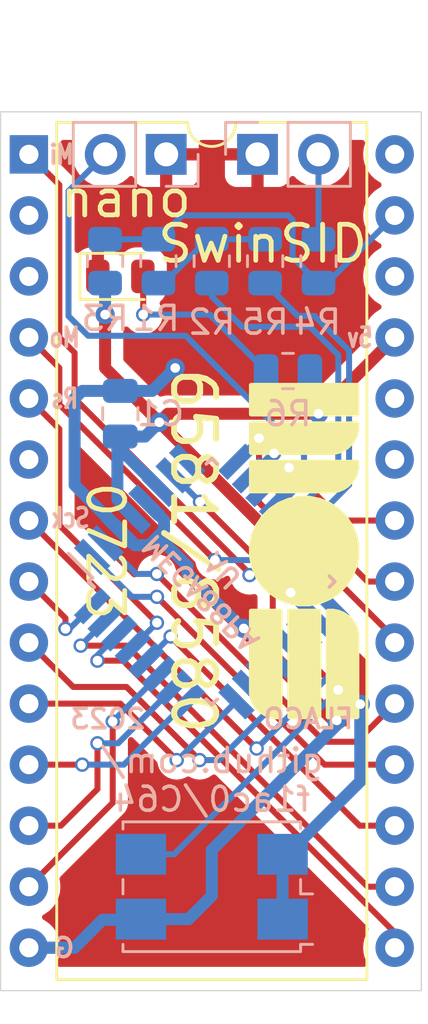
<source format=kicad_pcb>
(kicad_pcb (version 20221018) (generator pcbnew)
  (title_block (title "C64-SwinSID") (date "2023-02-14") (rev "0.1") (company "FLACO 2023") (comment 1 "Adapted from https://github.com/jsanpe/SwinsidNeat"))
  (layers (0 "F.Cu" signal) (31 "B.Cu" signal) (34 "B.Paste" user) (35 "F.Paste" user) (36 "B.SilkS" user "B.Silkscreen") (37 "F.SilkS" user "F.Silkscreen") (38 "B.Mask" user) (39 "F.Mask" user) (44 "Edge.Cuts" user))
  (net 0 "")
  (net 1 "GND")
  (net 2 "+5V")
  (net 3 "RESET")
  (net 4 "MOSI")
  (net 5 "RW")
  (net 6 "MISO")
  (net 7 "SELECT")
  (net 8 "Net-(R1-Pad1)")
  (net 9 "AUDIO1")
  (net 10 "AUDIO2")
  (net 11 "CS")
  (net 12 "D1")
  (net 13 "D0")
  (net 14 "D2")
  (net 15 "A4")
  (net 16 "A3")
  (net 17 "A2")
  (net 18 "A1")
  (net 19 "A0")
  (net 20 "D7")
  (net 21 "D6")
  (net 22 "D5")
  (net 23 "XTAL1")
  (net 24 "D4")
  (net 25 "D3")
  (net 26 "Net-(R4-Pad2)")
  (net 27 "AUDIO_OUT")
  (net 39 "Net-(R6-Pad2)")
  (footprint "Package_DIP:DIP-28_W15.24mm" (layer "F.Cu") (at 114.3 44.45)
    (fp_text reference "U2" hide)
    (fp_text value "C64_SID_6581_socket")
    (fp_line (start 1.16 -1.33) (end 1.16 34.35) (stroke (width 0.12)) (layer "F.SilkS"))
    (fp_line (start 1.16 34.35) (end 14.08 34.35) (stroke (width 0.12)) (layer "F.SilkS"))
    (fp_line (start 6.62 -1.33) (end 1.16 -1.33) (stroke (width 0.12)) (layer "F.SilkS"))
    (fp_line (start 14.08 -1.33) (end 8.62 -1.33) (stroke (width 0.12)) (layer "F.SilkS"))
    (fp_line (start 14.08 34.35) (end 14.08 -1.33) (stroke (width 0.12)) (layer "F.SilkS"))
    (fp_arc (start 8.62 -1.33) (mid 7.62 -0.33) (end 6.62 -1.33) (stroke (width 0.12)) (layer "F.SilkS"))
    (pad "1" thru_hole rect (at 0 0) (size 1.6 1.6) (drill 0.8) (layers "*.Cu" "*.Mask") (net 6 "MISO"))
    (pad "2" thru_hole oval (at 0 2.54) (size 1.6 1.6) (drill 0.8) (layers "*.Cu" "*.Mask"))
    (pad "3" thru_hole oval (at 0 5.08) (size 1.6 1.6) (drill 0.8) (layers "*.Cu" "*.Mask"))
    (pad "4" thru_hole oval (at 0 7.62) (size 1.6 1.6) (drill 0.8) (layers "*.Cu" "*.Mask") (net 4 "MOSI"))
    (pad "5" thru_hole oval (at 0 10.16) (size 1.6 1.6) (drill 0.8) (layers "*.Cu" "*.Mask") (net 3 "RESET"))
    (pad "6" thru_hole oval (at 0 12.7) (size 1.6 1.6) (drill 0.8) (layers "*.Cu" "*.Mask"))
    (pad "7" thru_hole oval (at 0 15.24) (size 1.6 1.6) (drill 0.8) (layers "*.Cu" "*.Mask") (net 5 "RW"))
    (pad "8" thru_hole oval (at 0 17.78) (size 1.6 1.6) (drill 0.8) (layers "*.Cu" "*.Mask") (net 11 "CS"))
    (pad "9" thru_hole oval (at 0 20.32) (size 1.6 1.6) (drill 0.8) (layers "*.Cu" "*.Mask") (net 19 "A0"))
    (pad "10" thru_hole oval (at 0 22.86) (size 1.6 1.6) (drill 0.8) (layers "*.Cu" "*.Mask") (net 18 "A1"))
    (pad "11" thru_hole oval (at 0 25.4) (size 1.6 1.6) (drill 0.8) (layers "*.Cu" "*.Mask") (net 17 "A2"))
    (pad "12" thru_hole oval (at 0 27.94) (size 1.6 1.6) (drill 0.8) (layers "*.Cu" "*.Mask") (net 16 "A3"))
    (pad "13" thru_hole oval (at 0 30.48) (size 1.6 1.6) (drill 0.8) (layers "*.Cu" "*.Mask") (net 15 "A4"))
    (pad "14" thru_hole oval (at 0 33.02) (size 1.6 1.6) (drill 0.8) (layers "*.Cu" "*.Mask") (net 1 "GND"))
    (pad "15" thru_hole oval (at 15.24 33.02) (size 1.6 1.6) (drill 0.8) (layers "*.Cu" "*.Mask") (net 13 "D0"))
    (pad "16" thru_hole oval (at 15.24 30.48) (size 1.6 1.6) (drill 0.8) (layers "*.Cu" "*.Mask") (net 12 "D1"))
    (pad "17" thru_hole oval (at 15.24 27.94) (size 1.6 1.6) (drill 0.8) (layers "*.Cu" "*.Mask") (net 14 "D2"))
    (pad "18" thru_hole oval (at 15.24 25.4) (size 1.6 1.6) (drill 0.8) (layers "*.Cu" "*.Mask") (net 25 "D3"))
    (pad "19" thru_hole oval (at 15.24 22.86) (size 1.6 1.6) (drill 0.8) (layers "*.Cu" "*.Mask") (net 24 "D4"))
    (pad "20" thru_hole oval (at 15.24 20.32) (size 1.6 1.6) (drill 0.8) (layers "*.Cu" "*.Mask") (net 22 "D5"))
    (pad "21" thru_hole oval (at 15.24 17.78) (size 1.6 1.6) (drill 0.8) (layers "*.Cu" "*.Mask") (net 21 "D6"))
    (pad "22" thru_hole oval (at 15.24 15.24) (size 1.6 1.6) (drill 0.8) (layers "*.Cu" "*.Mask") (net 20 "D7"))
    (pad "23" thru_hole oval (at 15.24 12.7) (size 1.6 1.6) (drill 0.8) (layers "*.Cu" "*.Mask"))
    (pad "24" thru_hole oval (at 15.24 10.16) (size 1.6 1.6) (drill 0.8) (layers "*.Cu" "*.Mask"))
    (pad "25" thru_hole oval (at 15.24 7.62) (size 1.6 1.6) (drill 0.8) (layers "*.Cu" "*.Mask") (net 2 "+5V"))
    (pad "26" thru_hole oval (at 15.24 5.08) (size 1.6 1.6) (drill 0.8) (layers "*.Cu" "*.Mask"))
    (pad "27" thru_hole oval (at 15.24 2.54) (size 1.6 1.6) (drill 0.8) (layers "*.Cu" "*.Mask") (net 27 "AUDIO_OUT"))
    (pad "28" thru_hole oval (at 15.24 0) (size 1.6 1.6) (drill 0.8) (layers "*.Cu" "*.Mask"))
  )
  (footprint "LED_SMD:LED_0805_2012Metric" (layer "F.Cu") (at 118.11 49.53)
    (fp_text reference "D1" hide)
    (fp_text value "LED")
    (fp_line (start -1.685 -0.96) (end -1.685 0.96) (stroke (width 0.12)) (layer "F.SilkS"))
    (fp_line (start -1.685 0.96) (end 1 0.96) (stroke (width 0.12)) (layer "F.SilkS"))
    (fp_line (start 1 -0.96) (end -1.685 -0.96) (stroke (width 0.12)) (layer "F.SilkS"))
    (pad "1" smd roundrect (at -0.9375 0) (size 0.975 1.4) (layers "F.Cu" "F.Paste" "F.Mask") (net 1 "GND"))
    (pad "2" smd roundrect (at 0.9375 0) (size 0.975 1.4) (layers "F.Cu" "F.Paste" "F.Mask") (net 39 "Net-(R6-Pad2)"))
  )
  (footprint "Capacitor_SMD:C_0805_2012Metric" (layer "B.Cu") (at 118.11 55.245 90)
    (fp_text reference "C1" (at 0 1.68 unlocked) (layer "B.SilkS") (effects (justify mirror)))
    (fp_text value "100n")
    (fp_line (start -0.261252 -0.735) (end 0.261252 -0.735) (stroke (width 0.12)) (layer "B.SilkS"))
    (fp_line (start -0.261252 0.735) (end 0.261252 0.735) (stroke (width 0.12)) (layer "B.SilkS"))
    (pad "1" smd roundrect (at -0.95 0 90) (size 1 1.45) (layers "B.Cu" "B.Paste" "B.Mask") (net 2 "+5V"))
    (pad "2" smd roundrect (at 0.95 0 90) (size 1 1.45) (layers "B.Cu" "B.Paste" "B.Mask") (net 1 "GND"))
  )
  (footprint "Resistor_SMD:R_0805_2012Metric" (layer "B.Cu") (at 119.6975 48.895 90)
    (fp_text reference "R1" (at -2.384 -0.098 unlocked) (layer "B.SilkS") (effects (justify mirror)))
    (fp_text value "2k2")
    (fp_line (start -0.227064 -0.735) (end 0.227064 -0.735) (stroke (width 0.12)) (layer "B.SilkS"))
    (fp_line (start -0.227064 0.735) (end 0.227064 0.735) (stroke (width 0.12)) (layer "B.SilkS"))
    (pad "1" smd roundrect (at -0.9125 0 90) (size 1.025 1.4) (layers "B.Cu" "B.Paste" "B.Mask") (roundrect_rratio 0.243902) (net 8 "Net-(R1-Pad1)"))
    (pad "2" smd roundrect (at 0.9125 0 90) (size 1.025 1.4) (layers "B.Cu" "B.Paste" "B.Mask") (roundrect_rratio 0.243902) (net 27 "AUDIO_OUT"))
  )
  (footprint "Resistor_SMD:R_0805_2012Metric" (layer "B.Cu") (at 121.92 48.895 90)
    (fp_text reference "R2" (at -2.54 0 unlocked) (layer "B.SilkS") (effects (justify mirror)))
    (fp_text value "1k")
    (fp_line (start -0.227064 -0.735) (end 0.227064 -0.735) (stroke (width 0.12)) (layer "B.SilkS"))
    (fp_line (start -0.227064 0.735) (end 0.227064 0.735) (stroke (width 0.12)) (layer "B.SilkS"))
    (pad "1" smd roundrect (at -0.9125 0 90) (size 1.025 1.4) (layers "B.Cu" "B.Paste" "B.Mask") (roundrect_rratio 0.243902) (net 9 "AUDIO1"))
    (pad "2" smd roundrect (at 0.9125 0 90) (size 1.025 1.4) (layers "B.Cu" "B.Paste" "B.Mask") (roundrect_rratio 0.243902) (net 8 "Net-(R1-Pad1)"))
  )
  (footprint "Resistor_SMD:R_0805_2012Metric" (layer "B.Cu") (at 126.365 48.895 90)
    (fp_text reference "R4" (at -2.54 -0.043 unlocked) (layer "B.SilkS") (effects (justify mirror)))
    (fp_text value "1k")
    (fp_line (start -0.227064 -0.735) (end 0.227064 -0.735) (stroke (width 0.12)) (layer "B.SilkS"))
    (fp_line (start -0.227064 0.735) (end 0.227064 0.735) (stroke (width 0.12)) (layer "B.SilkS"))
    (pad "1" smd roundrect (at -0.9125 0 90) (size 1.025 1.4) (layers "B.Cu" "B.Paste" "B.Mask") (roundrect_rratio 0.243902) (net 27 "AUDIO_OUT"))
    (pad "2" smd roundrect (at 0.9125 0 90) (size 1.025 1.4) (layers "B.Cu" "B.Paste" "B.Mask") (roundrect_rratio 0.243902) (net 26 "Net-(R4-Pad2)"))
  )
  (footprint "Resistor_SMD:R_0805_2012Metric" (layer "B.Cu") (at 124.1425 48.895 90)
    (fp_text reference "R5" (at -2.54 0 unlocked) (layer "B.SilkS") (effects (justify mirror)))
    (fp_text value "240k")
    (fp_line (start -0.227064 -0.735) (end 0.227064 -0.735) (stroke (width 0.12)) (layer "B.SilkS"))
    (fp_line (start -0.227064 0.735) (end 0.227064 0.735) (stroke (width 0.12)) (layer "B.SilkS"))
    (pad "1" smd roundrect (at -0.9125 0 90) (size 1.025 1.4) (layers "B.Cu" "B.Paste" "B.Mask") (roundrect_rratio 0.243902) (net 10 "AUDIO2"))
    (pad "2" smd roundrect (at 0.9125 0 90) (size 1.025 1.4) (layers "B.Cu" "B.Paste" "B.Mask") (roundrect_rratio 0.243902) (net 8 "Net-(R1-Pad1)"))
  )
  (footprint "Resistor_SMD:R_0805_2012Metric" (layer "B.Cu") (at 125.095 53.467 180)
    (fp_text reference "R6" (at 0 -1.778 unlocked) (layer "B.SilkS") (effects (justify mirror)))
    (fp_text value "330")
    (fp_line (start -0.227064 -0.735) (end 0.227064 -0.735) (stroke (width 0.12)) (layer "B.SilkS"))
    (fp_line (start -0.227064 0.735) (end 0.227064 0.735) (stroke (width 0.12)) (layer "B.SilkS"))
    (pad "1" smd roundrect (at -0.9125 0 180) (size 1.025 1.4) (layers "B.Cu" "B.Paste" "B.Mask") (roundrect_rratio 0.243902) (net 2 "+5V"))
    (pad "2" smd roundrect (at 0.9125 0 180) (size 1.025 1.4) (layers "B.Cu" "B.Paste" "B.Mask") (roundrect_rratio 0.243902) (net 39 "Net-(R6-Pad2)"))
  )
  (footprint "Resistor_SMD:R_0805_2012Metric" (layer "B.Cu") (at 117.475 48.895 90)
    (fp_text reference "R3" (at -2.384 0 unlocked) (layer "B.SilkS") (effects (justify mirror)))
    (fp_text value "4k7")
    (fp_line (start -0.227064 -0.735) (end 0.227064 -0.735) (stroke (width 0.12)) (layer "B.SilkS"))
    (fp_line (start -0.227064 0.735) (end 0.227064 0.735) (stroke (width 0.12)) (layer "B.SilkS"))
    (pad "1" smd roundrect (at -0.9125 0 90) (size 1.025 1.4) (layers "B.Cu" "B.Paste" "B.Mask") (roundrect_rratio 0.243902) (net 2 "+5V"))
    (pad "2" smd roundrect (at 0.9125 0 90) (size 1.025 1.4) (layers "B.Cu" "B.Paste" "B.Mask") (roundrect_rratio 0.243902) (net 27 "AUDIO_OUT"))
  )
  (footprint "Package_QFP:TQFP-32_7x7mm_P0.8mm" (layer "B.Cu") (at 121.92 62.23 -45)
    (fp_text reference "U1" hide)
    (fp_text value "ATmega88PA-A")
    (fp_line (start -3.625 -3.625) (end -3.625 -3.3) (stroke (width 0.15)) (layer "B.SilkS"))
    (fp_line (start -3.625 -3.625) (end -3.3 -3.625) (stroke (width 0.15)) (layer "B.SilkS"))
    (fp_line (start -3.625 3.4) (end -5.05 3.4) (stroke (width 0.15)) (layer "B.SilkS"))
    (fp_line (start -3.625 3.625) (end -3.625 3.4) (stroke (width 0.15)) (layer "B.SilkS"))
    (fp_line (start -3.625 3.625) (end -3.3 3.625) (stroke (width 0.15)) (layer "B.SilkS"))
    (fp_line (start 3.625 -3.625) (end 3.3 -3.625) (stroke (width 0.15)) (layer "B.SilkS"))
    (fp_line (start 3.625 -3.625) (end 3.625 -3.3) (stroke (width 0.15)) (layer "B.SilkS"))
    (fp_line (start 3.625 3.625) (end 3.3 3.625) (stroke (width 0.15)) (layer "B.SilkS"))
    (fp_line (start 3.625 3.625) (end 3.625 3.3) (stroke (width 0.15)) (layer "B.SilkS"))
    (pad "1" smd rect (at -4.25 2.8 315) (size 1.6 0.55) (layers "B.Cu" "B.Paste" "B.Mask") (net 25 "D3"))
    (pad "2" smd rect (at -4.25 2 315) (size 1.6 0.55) (layers "B.Cu" "B.Paste" "B.Mask") (net 24 "D4"))
    (pad "3" smd rect (at -4.25 1.2 315) (size 1.6 0.55) (layers "B.Cu" "B.Paste" "B.Mask") (net 1 "GND"))
    (pad "4" smd rect (at -4.25 0.4 315) (size 1.6 0.55) (layers "B.Cu" "B.Paste" "B.Mask") (net 2 "+5V"))
    (pad "5" smd rect (at -4.25 -0.4 315) (size 1.6 0.55) (layers "B.Cu" "B.Paste" "B.Mask") (net 1 "GND"))
    (pad "6" smd rect (at -4.25 -1.2 315) (size 1.6 0.55) (layers "B.Cu" "B.Paste" "B.Mask") (net 2 "+5V"))
    (pad "7" smd rect (at -4.25 -2 315) (size 1.6 0.55) (layers "B.Cu" "B.Paste" "B.Mask") (net 23 "XTAL1"))
    (pad "8" smd rect (at -4.25 -2.8 315) (size 1.6 0.55) (layers "B.Cu" "B.Paste" "B.Mask"))
    (pad "9" smd rect (at -2.8 -4.25 225) (size 1.6 0.55) (layers "B.Cu" "B.Paste" "B.Mask") (net 22 "D5"))
    (pad "10" smd rect (at -2 -4.25 225) (size 1.6 0.55) (layers "B.Cu" "B.Paste" "B.Mask") (net 21 "D6"))
    (pad "11" smd rect (at -1.2 -4.25 225) (size 1.6 0.55) (layers "B.Cu" "B.Paste" "B.Mask") (net 20 "D7"))
    (pad "12" smd rect (at -0.4 -4.25 225) (size 1.6 0.55) (layers "B.Cu" "B.Paste" "B.Mask") (net 7 "SELECT"))
    (pad "13" smd rect (at 0.4 -4.25 225) (size 1.6 0.55) (layers "B.Cu" "B.Paste" "B.Mask") (net 9 "AUDIO1"))
    (pad "14" smd rect (at 1.2 -4.25 225) (size 1.6 0.55) (layers "B.Cu" "B.Paste" "B.Mask") (net 10 "AUDIO2"))
    (pad "15" smd rect (at 2 -4.25 225) (size 1.6 0.55) (layers "B.Cu" "B.Paste" "B.Mask") (net 4 "MOSI"))
    (pad "16" smd rect (at 2.8 -4.25 225) (size 1.6 0.55) (layers "B.Cu" "B.Paste" "B.Mask") (net 6 "MISO"))
    (pad "17" smd rect (at 4.25 -2.8 315) (size 1.6 0.55) (layers "B.Cu" "B.Paste" "B.Mask") (net 5 "RW"))
    (pad "18" smd rect (at 4.25 -2 315) (size 1.6 0.55) (layers "B.Cu" "B.Paste" "B.Mask") (net 2 "+5V"))
    (pad "19" smd rect (at 4.25 -1.2 315) (size 1.6 0.55) (layers "B.Cu" "B.Paste" "B.Mask"))
    (pad "20" smd rect (at 4.25 -0.4 315) (size 1.6 0.55) (layers "B.Cu" "B.Paste" "B.Mask"))
    (pad "21" smd rect (at 4.25 0.4 315) (size 1.6 0.55) (layers "B.Cu" "B.Paste" "B.Mask") (net 1 "GND"))
    (pad "22" smd rect (at 4.25 1.2 315) (size 1.6 0.55) (layers "B.Cu" "B.Paste" "B.Mask"))
    (pad "23" smd rect (at 4.25 2 315) (size 1.6 0.55) (layers "B.Cu" "B.Paste" "B.Mask") (net 19 "A0"))
    (pad "24" smd rect (at 4.25 2.8 315) (size 1.6 0.55) (layers "B.Cu" "B.Paste" "B.Mask") (net 18 "A1"))
    (pad "25" smd rect (at 2.8 4.25 225) (size 1.6 0.55) (layers "B.Cu" "B.Paste" "B.Mask") (net 17 "A2"))
    (pad "26" smd rect (at 2 4.25 225) (size 1.6 0.55) (layers "B.Cu" "B.Paste" "B.Mask") (net 16 "A3"))
    (pad "27" smd rect (at 1.2 4.25 225) (size 1.6 0.55) (layers "B.Cu" "B.Paste" "B.Mask") (net 15 "A4"))
    (pad "28" smd rect (at 0.4 4.25 225) (size 1.6 0.55) (layers "B.Cu" "B.Paste" "B.Mask") (net 14 "D2"))
    (pad "29" smd rect (at -0.4 4.25 225) (size 1.6 0.55) (layers "B.Cu" "B.Paste" "B.Mask") (net 3 "RESET"))
    (pad "30" smd rect (at -1.2 4.25 225) (size 1.6 0.55) (layers "B.Cu" "B.Paste" "B.Mask") (net 13 "D0"))
    (pad "31" smd rect (at -2 4.25 225) (size 1.6 0.55) (layers "B.Cu" "B.Paste" "B.Mask") (net 12 "D1"))
    (pad "32" smd rect (at -2.8 4.25 225) (size 1.6 0.55) (layers "B.Cu" "B.Paste" "B.Mask") (net 11 "CS"))
  )
  (footprint "Crystal:Crystal_SMD_7050-4Pin_7.0x5.0mm" (layer "B.Cu") (at 121.92 74.93 180)
    (fp_text reference "X1" hide)
    (fp_text value "SG-7050CAN")
    (fp_line (start -4.2 -2.4) (end -3.7 -2.4) (stroke (width 0.12)) (layer "B.SilkS"))
    (fp_line (start -4.2 -0.3) (end -3.7 -0.3) (stroke (width 0.12)) (layer "B.SilkS"))
    (fp_line (start -3.7 -2.7) (end 3.7 -2.7) (stroke (width 0.12)) (layer "B.SilkS"))
    (fp_line (start -3.7 -2.4) (end -3.7 -2.7) (stroke (width 0.12)) (layer "B.SilkS"))
    (fp_line (start -3.7 -0.3) (end -3.7 0.3) (stroke (width 0.12)) (layer "B.SilkS"))
    (fp_line (start -3.7 2.4) (end -3.7 2.7) (stroke (width 0.12)) (layer "B.SilkS"))
    (fp_line (start -3.7 2.7) (end 3.7 2.7) (stroke (width 0.12)) (layer "B.SilkS"))
    (fp_line (start 3.7 -2.7) (end 3.7 -2.4) (stroke (width 0.12)) (layer "B.SilkS"))
    (fp_line (start 3.7 0.3) (end 3.7 -0.3) (stroke (width 0.12)) (layer "B.SilkS"))
    (fp_line (start 3.7 2.7) (end 3.7 2.4) (stroke (width 0.12)) (layer "B.SilkS"))
    (pad "1" smd rect (at -2.95 -1.35 180) (size 2.1 1.7) (layers "B.Cu" "B.Paste" "B.Mask") (net 2 "+5V"))
    (pad "2" smd rect (at 2.95 -1.35 180) (size 2.1 1.7) (layers "B.Cu" "B.Paste" "B.Mask") (net 1 "GND"))
    (pad "3" smd rect (at 2.95 1.35 180) (size 2.1 1.7) (layers "B.Cu" "B.Paste" "B.Mask") (net 23 "XTAL1"))
    (pad "4" smd rect (at -2.95 1.35 180) (size 2.1 1.7) (layers "B.Cu" "B.Paste" "B.Mask") (net 2 "+5V"))
  )
  (footprint "Connector_PinHeader_2.54mm:PinHeader_1x02_P2.54mm_Vertical" (layer "B.Cu") (at 120.02 44.45 90)
    (fp_text reference "JP1" hide)
    (fp_text value "emulation mode")
    (fp_line (start -1.33 -3.87) (end 1.33 -3.87) (stroke (width 0.12)) (layer "B.SilkS"))
    (fp_line (start -1.33 -1.27) (end -1.33 -3.87) (stroke (width 0.12)) (layer "B.SilkS"))
    (fp_line (start -1.33 -1.27) (end 1.33 -1.27) (stroke (width 0.12)) (layer "B.SilkS"))
    (fp_line (start -1.33 0) (end -1.33 1.33) (stroke (width 0.12)) (layer "B.SilkS"))
    (fp_line (start -1.33 1.33) (end 0 1.33) (stroke (width 0.12)) (layer "B.SilkS"))
    (fp_line (start 1.33 -1.27) (end 1.33 -3.87) (stroke (width 0.12)) (layer "B.SilkS"))
    (pad "1" thru_hole rect (at 0 0 90) (size 1.7 1.7) (drill 1) (layers "*.Cu" "*.Mask") (net 1 "GND"))
    (pad "2" thru_hole oval (at 0 -2.54 90) (size 1.7 1.7) (drill 1) (layers "*.Cu" "*.Mask") (net 7 "SELECT"))
  )
  (footprint "Connector_PinHeader_2.54mm:PinHeader_1x02_P2.54mm_Vertical" (layer "B.Cu") (at 123.825 44.45 -90)
    (fp_text reference "JP2" hide)
    (fp_text value "output level")
    (fp_line (start -1.33 -3.87) (end 1.33 -3.87) (stroke (width 0.12)) (layer "B.SilkS"))
    (fp_line (start -1.33 -1.27) (end -1.33 -3.87) (stroke (width 0.12)) (layer "B.SilkS"))
    (fp_line (start -1.33 -1.27) (end 1.33 -1.27) (stroke (width 0.12)) (layer "B.SilkS"))
    (fp_line (start -1.33 0) (end -1.33 1.33) (stroke (width 0.12)) (layer "B.SilkS"))
    (fp_line (start -1.33 1.33) (end 0 1.33) (stroke (width 0.12)) (layer "B.SilkS"))
    (fp_line (start 1.33 -1.27) (end 1.33 -3.87) (stroke (width 0.12)) (layer "B.SilkS"))
    (pad "1" thru_hole rect (at 0 0 270) (size 1.7 1.7) (drill 1) (layers "*.Cu" "*.Mask") (net 1 "GND"))
    (pad "2" thru_hole oval (at 0 -2.54 270) (size 1.7 1.7) (drill 1) (layers "*.Cu" "*.Mask") (net 26 "Net-(R4-Pad2)"))
  )
  (gr_line (start 127.569207 56.614429) (end 127.389043 56.73481) (stroke (width 0.2)) (layer "F.SilkS"))
  (gr_line (start 123.568002 61.176679) (end 123.568 60.96) (stroke (width 0.2)) (layer "F.SilkS"))
  (gr_poly (pts (xy 127.918 56.14) (xy 127.198 56.86) (xy 123.618 56.86) (xy 123.618 55.7) (xy 127.918 55.7)) (stroke (width 0.1)) (fill solid) (layer "F.SilkS"))
  (gr_line (start 127.968 55.259999) (end 127.967998 54.059997) (stroke (width 0.2)) (layer "F.SilkS"))
  (gr_line (start 126.867997 56.859999) (end 126.868 56.860001) (stroke (width 0.2)) (layer "F.SilkS"))
  (gr_line (start 126.976338 58.460003) (end 126.867997 58.46) (stroke (width 0.2)) (layer "F.SilkS"))
  (gr_line (start 127.883454 61.601715) (end 127.717615 62.00209) (stroke (width 0.2)) (layer "F.SilkS"))
  (gr_line (start 127.569207 63.705572) (end 127.722425 63.85879) (stroke (width 0.2)) (layer "F.SilkS"))
  (gr_line (start 126.867997 58.46) (end 126.868 58.460003) (stroke (width 0.2)) (layer "F.SilkS"))
  (gr_line (start 126.409715 63.075454) (end 125.984679 63.16) (stroke (width 0.2)) (layer "F.SilkS"))
  (gr_line (start 127.170417 59.251149) (end 127.476851 59.557583) (stroke (width 0.2)) (layer "F.SilkS"))
  (gr_line (start 123.568 66.868339) (end 123.568002 66.759998) (stroke (width 0.2)) (layer "F.SilkS"))
  (gr_line (start 127.389045 63.585191) (end 127.569207 63.705572) (stroke (width 0.2)) (layer "F.SilkS"))
  (gr_line (start 123.568 55.259997) (end 127.968 55.259999) (stroke (width 0.2)) (layer "F.SilkS"))
  (gr_line (start 127.188858 56.817728) (end 126.976338 56.860001) (stroke (width 0.2)) (layer "F.SilkS"))
  (gr_line (start 127.170417 62.668851) (end 126.81009 62.909615) (stroke (width 0.2)) (layer "F.SilkS"))
  (gr_line (start 127.842806 64.038952) (end 127.925727 64.239139) (stroke (width 0.2)) (layer "F.SilkS"))
  (gr_line (start 126.976338 56.860001) (end 126.867997 56.859999) (stroke (width 0.2)) (layer "F.SilkS"))
  (gr_line (start 126.768003 63.46) (end 126.868 63.46) (stroke (width 0.2)) (layer "F.SilkS"))
  (gr_line (start 127.967995 57.360003) (end 127.967998 57.468344) (stroke (width 0.2)) (layer "F.SilkS"))
  (gr_line (start 127.967998 64.559997) (end 127.968003 64.56) (stroke (width 0.2)) (layer "F.SilkS"))
  (gr_line (start 124.059149 59.557583) (end 124.365583 59.251149) (stroke (width 0.2)) (layer "F.SilkS"))
  (gr_poly (pts (xy 127.918 55.21) (xy 123.648 55.21) (xy 123.648 54.1) (xy 127.918 54.1)) (stroke (width 0.1)) (fill solid) (layer "F.SilkS"))
  (gr_poly (pts (xy 126.588 58.88) (xy 127.458 59.52) (xy 127.948 60.54) (xy 127.888 61.7) (xy 127.078 62.74) (xy 125.888 63.12) (xy 125.568 63.12) (xy 125.218 63.09) (xy 124.468 62.74) (xy 123.908 62.13) (xy 123.538 61.03) (xy 123.678 60.28) (xy 124.258 59.29) (xy 125.078 58.88) (xy 125.828 58.74)) (stroke (width 0.1)) (fill solid) (layer "F.SilkS"))
  (gr_line (start 123.568002 66.759998) (end 123.568 66.760001) (stroke (width 0.2)) (layer "F.SilkS"))
  (gr_line (start 125.551321 58.76) (end 125.768 58.76) (stroke (width 0.2)) (layer "F.SilkS"))
  (gr_line (start 126.81009 59.010385) (end 127.170417 59.251149) (stroke (width 0.2)) (layer "F.SilkS"))
  (gr_line (start 123.568 60.743321) (end 123.652546 60.318285) (stroke (width 0.2)) (layer "F.SilkS"))
  (gr_line (start 124.72591 59.010385) (end 125.126285 58.844546) (stroke (width 0.2)) (layer "F.SilkS"))
  (gr_line (start 124.559659 67.859998) (end 124.347142 67.817725) (stroke (width 0.2)) (layer "F.SilkS"))
  (gr_line (start 123.652546 60.318285) (end 123.818385 59.91791) (stroke (width 0.2)) (layer "F.SilkS"))
  (gr_line (start 127.968 60.96) (end 127.967998 61.176679) (stroke (width 0.2)) (layer "F.SilkS"))
  (gr_line (start 126.868 58.460003) (end 123.567997 58.46) (stroke (width 0.2)) (layer "F.SilkS"))
  (gr_line (start 127.188858 58.41773) (end 126.976338 58.460003) (stroke (width 0.2)) (layer "F.SilkS"))
  (gr_line (start 127.925727 64.239139) (end 127.968 64.451659) (stroke (width 0.2)) (layer "F.SilkS"))
  (gr_line (start 124.768 67.860001) (end 124.668 67.859996) (stroke (width 0.2)) (layer "F.SilkS"))
  (gr_line (start 123.813572 67.461208) (end 123.693191 67.281044) (stroke (width 0.2)) (layer "F.SilkS"))
  (gr_line (start 123.567997 58.46) (end 123.567997 57.26) (stroke (width 0.2)) (layer "F.SilkS"))
  (gr_line (start 127.968 64.451659) (end 127.967998 64.559997) (stroke (width 0.2)) (layer "F.SilkS"))
  (gr_line (start 123.693191 67.281044) (end 123.610273 67.080856) (stroke (width 0.2)) (layer "F.SilkS"))
  (gr_line (start 123.567997 54.059994) (end 123.568 55.259997) (stroke (width 0.2)) (layer "F.SilkS"))
  (gr_poly (pts (xy 127.918 57.79) (xy 127.278 58.43) (xy 123.618 58.43) (xy 123.618 57.24) (xy 127.918 57.24)) (stroke (width 0.1)) (fill solid) (layer "F.SilkS"))
  (gr_line (start 124.668 67.859996) (end 124.559659 67.859998) (stroke (width 0.2)) (layer "F.SilkS"))
  (gr_line (start 125.167994 67.859998) (end 126.367996 67.859996) (stroke (width 0.2)) (layer "F.SilkS"))
  (gr_line (start 125.167997 63.460002) (end 125.167994 67.859998) (stroke (width 0.2)) (layer "F.SilkS"))
  (gr_line (start 124.365583 62.668851) (end 124.059149 62.362417) (stroke (width 0.2)) (layer "F.SilkS"))
  (gr_line (start 123.652546 61.601715) (end 123.568002 61.176679) (stroke (width 0.2)) (layer "F.SilkS"))
  (gr_line (start 123.567997 57.26) (end 127.968 57.260003) (stroke (width 0.2)) (layer "F.SilkS"))
  (gr_line (start 127.569207 58.214431) (end 127.389043 58.334811) (stroke (width 0.2)) (layer "F.SilkS"))
  (gr_line (start 127.842806 57.881048) (end 127.722425 58.061213) (stroke (width 0.2)) (layer "F.SilkS"))
  (gr_line (start 127.925724 57.680863) (end 127.842806 57.881048) (stroke (width 0.2)) (layer "F.SilkS"))
  (gr_line (start 126.868 63.46) (end 126.976338 63.459997) (stroke (width 0.2)) (layer "F.SilkS"))
  (gr_line (start 123.567997 63.459997) (end 124.767997 63.459997) (stroke (width 0.2)) (layer "F.SilkS"))
  (gr_line (start 123.567997 56.859999) (end 123.567997 55.659998) (stroke (width 0.2)) (layer "F.SilkS"))
  (gr_line (start 127.967995 55.760001) (end 127.967998 55.868342) (stroke (width 0.2)) (layer "F.SilkS"))
  (gr_line (start 124.767997 63.459997) (end 124.768 67.860001) (stroke (width 0.2)) (layer "F.SilkS"))
  (gr_line (start 127.188858 63.50227) (end 127.389045 63.585191) (stroke (width 0.2)) (layer "F.SilkS"))
  (gr_line (start 126.868 56.860001) (end 123.567997 56.859999) (stroke (width 0.2)) (layer "F.SilkS"))
  (gr_line (start 127.389043 58.334811) (end 127.188858 58.41773) (stroke (width 0.2)) (layer "F.SilkS"))
  (gr_line (start 127.389043 56.73481) (end 127.188858 56.817728) (stroke (width 0.2)) (layer "F.SilkS"))
  (gr_line (start 127.967998 54.059997) (end 123.567997 54.059994) (stroke (width 0.2)) (layer "F.SilkS"))
  (gr_line (start 127.967998 55.868342) (end 127.925724 56.080861) (stroke (width 0.2)) (layer "F.SilkS"))
  (gr_line (start 126.409715 58.844546) (end 126.81009 59.010385) (stroke (width 0.2)) (layer "F.SilkS"))
  (gr_line (start 127.842806 56.281046) (end 127.722425 56.461211) (stroke (width 0.2)) (layer "F.SilkS"))
  (gr_line (start 127.968003 64.56) (end 127.968 67.859996) (stroke (width 0.2)) (layer "F.SilkS"))
  (gr_line (start 123.610273 67.080856) (end 123.568 66.868339) (stroke (width 0.2)) (layer "F.SilkS"))
  (gr_line (start 124.365583 59.251149) (end 124.72591 59.010385) (stroke (width 0.2)) (layer "F.SilkS"))
  (gr_line (start 126.768 67.859996) (end 126.768003 63.46) (stroke (width 0.2)) (layer "F.SilkS"))
  (gr_line (start 125.984679 58.760002) (end 126.409715 58.844546) (stroke (width 0.2)) (layer "F.SilkS"))
  (gr_poly (pts (xy 127.398 63.62) (xy 127.918 64.17) (xy 127.948 67.8) (xy 126.818 67.8) (xy 126.818 63.5)) (stroke (width 0.1)) (fill solid) (layer "F.SilkS"))
  (gr_line (start 127.717615 62.00209) (end 127.476851 62.362417) (stroke (width 0.2)) (layer "F.SilkS"))
  (gr_line (start 125.551321 63.16) (end 125.126285 63.075454) (stroke (width 0.2)) (layer "F.SilkS"))
  (gr_line (start 127.717615 59.91791) (end 127.883454 60.318285) (stroke (width 0.2)) (layer "F.SilkS"))
  (gr_line (start 124.146955 67.734807) (end 123.96679 67.614426) (stroke (width 0.2)) (layer "F.SilkS"))
  (gr_line (start 123.818385 59.91791) (end 124.059149 59.557583) (stroke (width 0.2)) (layer "F.SilkS"))
  (gr_line (start 127.968 67.859996) (end 126.768 67.859996) (stroke (width 0.2)) (layer "F.SilkS"))
  (gr_line (start 124.72591 62.909615) (end 124.365583 62.668851) (stroke (width 0.2)) (layer "F.SilkS"))
  (gr_line (start 124.347142 67.817725) (end 124.146955 67.734807) (stroke (width 0.2)) (layer "F.SilkS"))
  (gr_line (start 127.883454 60.318285) (end 127.968 60.743321) (stroke (width 0.2)) (layer "F.SilkS"))
  (gr_line (start 127.722425 56.461211) (end 127.569207 56.614429) (stroke (width 0.2)) (layer "F.SilkS"))
  (gr_line (start 126.367998 63.46) (end 125.167997 63.460002) (stroke (width 0.2)) (layer "F.SilkS"))
  (gr_line (start 127.968 57.260003) (end 127.967995 57.360003) (stroke (width 0.2)) (layer "F.SilkS"))
  (gr_line (start 126.81009 62.909615) (end 126.409715 63.075454) (stroke (width 0.2)) (layer "F.SilkS"))
  (gr_line (start 127.967998 61.176679) (end 127.883454 61.601715) (stroke (width 0.2)) (layer "F.SilkS"))
  (gr_line (start 123.96679 67.614426) (end 123.813572 67.461208) (stroke (width 0.2)) (layer "F.SilkS"))
  (gr_line (start 125.768 63.16) (end 125.551321 63.16) (stroke (width 0.2)) (layer "F.SilkS"))
  (gr_line (start 127.476851 59.557583) (end 127.717615 59.91791) (stroke (width 0.2)) (layer "F.SilkS"))
  (gr_line (start 125.126285 63.075454) (end 124.72591 62.909615) (stroke (width 0.2)) (layer "F.SilkS"))
  (gr_line (start 127.968 60.743321) (end 127.968 60.96) (stroke (width 0.2)) (layer "F.SilkS"))
  (gr_line (start 125.984679 63.16) (end 125.768 63.16) (stroke (width 0.2)) (layer "F.SilkS"))
  (gr_line (start 127.967998 57.468344) (end 127.925724 57.680863) (stroke (width 0.2)) (layer "F.SilkS"))
  (gr_line (start 126.367996 67.859996) (end 126.367998 63.46) (stroke (width 0.2)) (layer "F.SilkS"))
  (gr_line (start 125.768 58.76) (end 125.984679 58.760002) (stroke (width 0.2)) (layer "F.SilkS"))
  (gr_line (start 125.768 58.76) (end 125.768 58.76) (stroke (width 0.2)) (layer "F.SilkS"))
  (gr_line (start 127.722425 63.85879) (end 127.842806 64.038952) (stroke (width 0.2)) (layer "F.SilkS"))
  (gr_line (start 123.568 66.760001) (end 123.567997 63.459997) (stroke (width 0.2)) (layer "F.SilkS"))
  (gr_line (start 123.568 60.96) (end 123.568 60.743321) (stroke (width 0.2)) (layer "F.SilkS"))
  (gr_line (start 127.925724 56.080861) (end 127.842806 56.281046) (stroke (width 0.2)) (layer "F.SilkS"))
  (gr_line (start 127.476851 62.362417) (end 127.170417 62.668851) (stroke (width 0.2)) (layer "F.SilkS"))
  (gr_poly (pts (xy 124.788 67.91) (xy 123.998 67.62) (xy 123.568 66.868339) (xy 123.598 63.47) (xy 124.788 63.47)) (stroke (width 0.1)) (fill solid) (layer "F.SilkS"))
  (gr_line (start 123.567997 55.659998) (end 127.968 55.660001) (stroke (width 0.2)) (layer "F.SilkS"))
  (gr_line (start 127.722425 58.061213) (end 127.569207 58.214431) (stroke (width 0.2)) (layer "F.SilkS"))
  (gr_line (start 123.818385 62.00209) (end 123.652546 61.601715) (stroke (width 0.2)) (layer "F.SilkS"))
  (gr_line (start 124.059149 62.362417) (end 123.818385 62.00209) (stroke (width 0.2)) (layer "F.SilkS"))
  (gr_line (start 126.976338 63.459997) (end 127.188858 63.50227) (stroke (width 0.2)) (layer "F.SilkS"))
  (gr_poly (pts (xy 126.438 67.83) (xy 125.188 67.83) (xy 125.188 63.47) (xy 126.438 63.47)) (stroke (width 0.1)) (fill solid) (layer "F.SilkS"))
  (gr_line (start 127.968 55.660001) (end 127.967995 55.760001) (stroke (width 0.2)) (layer "F.SilkS"))
  (gr_line (start 125.126285 58.844546) (end 125.551321 58.76) (stroke (width 0.2)) (layer "F.SilkS"))
  (gr_line (start 113.122 79.256) (end 113.122 42.68) (stroke (width 0.05)) (layer "Edge.Cuts"))
  (gr_line (start 130.648 42.68) (end 130.648 79.256) (stroke (width 0.05)) (layer "Edge.Cuts"))
  (gr_line (start 130.648 79.256) (end 113.122 79.256) (stroke (width 0.05)) (layer "Edge.Cuts"))
  (gr_line (start 113.122 42.68) (end 130.648 42.68) (stroke (width 0.05)) (layer "Edge.Cuts"))
  (gr_text "Mo" (at 115.789 52.078) (layer "B.SilkS") (effects (font (size 0.8 0.6)) (justify mirror)))
  (gr_text "MEGA88PA\nAU" (at 121.92 62.23 135) (layer "B.SilkS") (effects (font (size 0.8128 0.8128) (thickness 0.1524) bold) (justify mirror)))
  (gr_text "Mi" (at 115.662 44.458) (layer "B.SilkS") (effects (font (size 0.8 0.6)) (justify mirror)))
  (gr_text "FLACO        2023" (at 121.92 67.945) (layer "B.SilkS") (effects (font (size 0.8128 0.8128) (thickness 0.1524)) (justify mirror)))
  (gr_text "Rs" (at 115.789 54.618) (layer "B.SilkS") (effects (font (size 0.8 0.6)) (justify mirror)))
  (gr_text "G" (at 115.789 77.478) (layer "B.SilkS") (effects (font (size 0.8 0.8) (thickness 0.153)) (justify mirror)))
  (gr_text "Sck" (at 116.028 59.586) (layer "B.SilkS") (effects (font (size 0.8 0.6)) (justify mirror)))
  (gr_text "github.com/\nf1ac0/C64" (at 121.92 70.485) (layer "B.SilkS") (effects (font (size 1 1)) (justify mirror)))
  (gr_text "5v" (at 128.088 52.078) (layer "B.SilkS") (effects (font (size 0.8 0.6)) (justify mirror)))
  (gr_text "0723" (at 117.475 60.96 -90) (layer "F.SilkS") (effects (font (size 1.5 1.5) (thickness 0.2))))
  (gr_text "6581/8580" (at 121.148 60.96 -90) (layer "F.SilkS") (effects (font (size 1.75 1.75) (thickness 0.25))))
  (gr_text "nano" (at 118.342 46.286) (layer "F.SilkS") (effects (font (size 1.5 1.5) (thickness 0.2))))
  (gr_text "SwinSID" (at 124.038 48.176) (layer "F.SilkS") (effects (font (size 1.5 1.5) (thickness 0.2))))
  (segment (start 127.078763 68.0085) (end 123.25213 64.181867) (width 0.5) (layer "F.Cu") (net 1))
  (segment (start 127.127 68.0085) (end 127.116651 68.0085) (width 0.5) (layer "F.Cu") (net 1))
  (segment (start 127.127 68.0085) (end 127.078763 68.0085) (width 0.5) (layer "F.Cu") (net 1))
  (via (at 127.127 68.0085) (size 0.8) (drill 0.4) (layers "F.Cu" "B.Cu") (net 1))
  (via (at 120.396 53.34) (size 0.8) (drill 0.4) (layers "F.Cu" "B.Cu") (net 1))
  (via (at 123.25213 64.181867) (size 0.8) (drill 0.4) (layers "F.Cu" "B.Cu") (net 1))
  (segment (start 116.205 58.212056) (end 116.205 54.61) (width 0.5) (layer "B.Cu") (net 1))
  (segment (start 116.205 54.61) (end 116.52 54.295) (width 0.5) (layer "B.Cu") (net 1))
  (segment (start 120.904 61.887821) (end 120.904 61.582) (width 0.5) (layer "B.Cu") (net 1))
  (segment (start 123.198047 64.181868) (end 120.904 61.887821) (width 0.5) (layer "B.Cu") (net 1))
  (segment (start 121.92 75.311) (end 120.951 76.28) (width 0.5) (layer "B.Cu") (net 1))
  (segment (start 117.369 76.306) (end 116.205 77.47) (width 0.5) (layer "B.Cu") (net 1))
  (segment (start 127.127 68.199) (end 121.92 73.406) (width 0.5) (layer "B.Cu") (net 1))
  (segment (start 119.441 54.295) (end 120.396 53.34) (width 0.5) (layer "B.Cu") (net 1))
  (segment (start 118.066268 60.073324) (end 118.710723 60.717779) (width 0.5) (layer "B.Cu") (net 1))
  (segment (start 118.97 76.28) (end 118.944 76.306) (width 0.5) (layer "B.Cu") (net 1))
  (segment (start 123.306182 64.181868) (end 123.252132 64.181868) (width 0.5) (layer "B.Cu") (net 1))
  (segment (start 119.676687 60.354687) (end 119.930103 60.101271) (width 0.5) (layer "B.Cu") (net 1))
  (segment (start 123.252132 64.181868) (end 123.25213 64.181867) (width 0.5) (layer "B.Cu") (net 1))
  (segment (start 118.066268 60.073324) (end 116.205 58.212056) (width 0.5) (layer "B.Cu") (net 1))
  (segment (start 127.127 68.0085) (end 127.127 68.199) (width 0.5) (layer "B.Cu") (net 1))
  (segment (start 120.951 76.28) (end 118.97 76.28) (width 0.5) (layer "B.Cu") (net 1))
  (segment (start 118.710723 60.717779) (end 119.313595 60.717779) (width 0.5) (layer "B.Cu") (net 1))
  (segment (start 116.52 54.295) (end 119.441 54.295) (width 0.5) (layer "B.Cu") (net 1))
  (segment (start 123.252132 64.181868) (end 123.198047 64.181868) (width 0.5) (layer "B.Cu") (net 1))
  (segment (start 120.904 61.582) (end 119.676687 60.354687) (width 0.5) (layer "B.Cu") (net 1))
  (segment (start 119.313595 60.717779) (end 119.676687 60.354687) (width 0.5) (layer "B.Cu") (net 1))
  (segment (start 116.205 77.47) (end 114.3 77.47) (width 0.5) (layer "B.Cu") (net 1))
  (segment (start 118.944 76.306) (end 117.369 76.306) (width 0.5) (layer "B.Cu") (net 1))
  (segment (start 119.930103 60.101271) (end 119.930103 59.674417) (width 0.5) (layer "B.Cu") (net 1))
  (segment (start 119.930103 59.674417) (end 119.197639 58.941953) (width 0.5) (layer "B.Cu") (net 1))
  (segment (start 121.92 73.406) (end 121.92 75.311) (width 0.5) (layer "B.Cu") (net 1))
  (segment (start 124.624311 65.499997) (end 123.306182 64.181868) (width 0.5) (layer "B.Cu") (net 1))
  (segment (start 126.365 55.245) (end 120.08894 55.245) (width 0.5) (layer "F.Cu") (net 2))
  (segment (start 119.73447 55.59947) (end 117.475 53.34) (width 0.5) (layer "F.Cu") (net 2))
  (segment (start 128.1055 67.333274) (end 128.1055 65.587071) (width 0.5) (layer "F.Cu") (net 2))
  (segment (start 120.08894 55.245) (end 119.73447 55.59947) (width 0.5) (layer "F.Cu") (net 2))
  (segment (start 125.207464 62.689036) (end 125.207464 61.072464) (width 0.5) (layer "F.Cu") (net 2))
  (segment (start 125.207464 61.072464) (end 119.73447 55.59947) (width 0.5) (layer "F.Cu") (net 2))
  (segment (start 128.1055 65.587071) (end 125.207464 62.689036) (width 0.5) (layer "F.Cu") (net 2))
  (segment (start 117.475 53.34) (end 117.475 51.1175) (width 0.5) (layer "F.Cu") (net 2))
  (segment (start 129.54 52.07) (end 126.365 55.245) (width 0.5) (layer "F.Cu") (net 2))
  (via (at 128.1055 67.333274) (size 0.8) (drill 0.4) (layers "F.Cu" "B.Cu") (net 2))
  (via (at 119.73447 55.59947) (size 0.8) (drill 0.4) (layers "F.Cu" "B.Cu") (net 2))
  (via (at 117.475 51.1175) (size 0.8) (drill 0.4) (layers "F.Cu" "B.Cu") (net 2))
  (via (at 125.207464 62.689036) (size 0.8) (drill 0.4) (layers "F.Cu" "B.Cu") (net 2))
  (via (at 126.365 55.245002) (size 0.8) (drill 0.4) (layers "F.Cu" "B.Cu") (net 2))
  (segment (start 119.13894 56.195) (end 119.73447 55.59947) (width 0.5) (layer "B.Cu") (net 2))
  (segment (start 124.87 76.28) (end 124.87 73.58) (width 0.5) (layer "B.Cu") (net 2))
  (segment (start 117.987499 58.811185) (end 118.719953 59.543639) (width 0.5) (layer "B.Cu") (net 2))
  (segment (start 118.11 56.722944) (end 118.11 56.195) (width 0.5) (layer "B.Cu") (net 2))
  (segment (start 118.11 56.195) (end 119.13894 56.195) (width 0.5) (layer "B.Cu") (net 2))
  (segment (start 117.475 49.8075) (end 117.475 51.1175) (width 0.5) (layer "B.Cu") (net 2))
  (segment (start 126.0075 54.887502) (end 126.365 55.245002) (width 0.5) (layer "B.Cu") (net 2))
  (segment (start 126.0075 53.467) (end 126.0075 54.887502) (width 0.5) (layer "B.Cu") (net 2))
  (segment (start 119.763324 58.376268) (end 118.11 56.722944) (width 0.5) (layer "B.Cu") (net 2))
  (segment (start 117.987499 56.317501) (end 117.987499 58.811185) (width 0.5) (layer "B.Cu") (net 2))
  (segment (start 128.1055 70.5445) (end 128.1055 67.333274) (width 0.5) (layer "B.Cu") (net 2))
  (segment (start 124.87 73.58) (end 125.07 73.58) (width 0.5) (layer "B.Cu") (net 2))
  (segment (start 126.339417 63.82099) (end 125.207464 62.689036) (width 0.5) (layer "B.Cu") (net 2))
  (segment (start 118.11 56.195) (end 117.987499 56.317501) (width 0.5) (layer "B.Cu") (net 2))
  (segment (start 125.07 73.58) (end 128.1055 70.5445) (width 0.5) (layer "B.Cu") (net 2))
  (segment (start 115.57 55.88) (end 115.57 59.8805) (width 0.25) (layer "F.Cu") (net 3))
  (segment (start 115.57 59.8805) (end 119.634 63.9445) (width 0.25) (layer "F.Cu") (net 3))
  (segment (start 114.3 54.61) (end 115.57 55.88) (width 0.25) (layer "F.Cu") (net 3))
  (via (at 119.634 63.9445) (size 0.6) (drill 0.4) (layers "F.Cu" "B.Cu") (net 3))
  (segment (start 118.631953 64.952361) (end 119.634 63.950314) (width 0.25) (layer "B.Cu") (net 3))
  (segment (start 119.634 63.950314) (end 119.634 63.9445) (width 0.25) (layer "B.Cu") (net 3))
  (segment (start 115.57 54.858177) (end 122.047821 61.335998) (width 0.25) (layer "F.Cu") (net 4))
  (segment (start 114.3 52.07) (end 115.57 53.34) (width 0.25) (layer "F.Cu") (net 4))
  (segment (start 115.57 53.34) (end 115.57 54.858177) (width 0.25) (layer "F.Cu") (net 4))
  (via (at 122.047821 61.335998) (size 0.6) (drill 0.4) (layers "F.Cu" "B.Cu") (net 4))
  (segment (start 125.64243 61.335997) (end 122.047821 61.335998) (width 0.25) (layer "B.Cu") (net 4))
  (segment (start 126.339417 60.63901) (end 125.64243 61.335997) (width 0.25) (layer "B.Cu") (net 4))
  (segment (start 114.3 59.69) (end 123.788 69.177998) (width 0.25) (layer "F.Cu") (net 5))
  (via (at 123.788 69.177998) (size 0.6) (drill 0.4) (layers "F.Cu" "B.Cu") (net 5))
  (segment (start 127.635 65.330998) (end 123.788 69.177998) (width 0.25) (layer "B.Cu") (net 5))
  (segment (start 126.905103 63.255305) (end 127.635 63.985202) (width 0.25) (layer "B.Cu") (net 5))
  (segment (start 127.635 63.985202) (end 127.635 65.330998) (width 0.25) (layer "B.Cu") (net 5))
  (segment (start 115.57 45.72) (end 115.57 52.07) (width 0.25) (layer "F.Cu") (net 6))
  (segment (start 114.3 44.45) (end 115.57 45.72) (width 0.25) (layer "F.Cu") (net 6))
  (segment (start 123.491997 61.896997) (end 123.491997 61.960498) (width 0.25) (layer "F.Cu") (net 6))
  (segment (start 115.57 52.07) (end 116.205 52.705) (width 0.25) (layer "F.Cu") (net 6))
  (segment (start 116.205 54.61) (end 123.491997 61.896997) (width 0.25) (layer "F.Cu") (net 6))
  (segment (start 116.205 52.705) (end 116.205 54.61) (width 0.25) (layer "F.Cu") (net 6))
  (via (at 123.491997 61.960498) (size 0.6) (drill 0.4) (layers "F.Cu" "B.Cu") (net 6))
  (segment (start 126.1493 61.960498) (end 123.491997 61.960498) (width 0.25) (layer "B.Cu") (net 6))
  (segment (start 126.905103 61.204695) (end 126.1493 61.960498) (width 0.25) (layer "B.Cu") (net 6))
  (segment (start 120.83475 52.00075) (end 116.77075 52.00075) (width 0.25) (layer "B.Cu") (net 7))
  (segment (start 125.762 57.822314) (end 125.762 56.928) (width 0.25) (layer "B.Cu") (net 7))
  (segment (start 115.951 45.979) (end 117.48 44.45) (width 0.25) (layer "B.Cu") (net 7))
  (segment (start 125.762 56.928) (end 120.83475 52.00075) (width 0.25) (layer "B.Cu") (net 7))
  (segment (start 124.642361 58.941953) (end 125.762 57.822314) (width 0.25) (layer "B.Cu") (net 7))
  (segment (start 116.77075 52.00075) (end 115.951 51.181) (width 0.25) (layer "B.Cu") (net 7))
  (segment (start 115.951 51.181) (end 115.951 45.979) (width 0.25) (layer "B.Cu") (net 7))
  (segment (start 119.6975 49.8075) (end 119.928 49.8075) (width 0.25) (layer "B.Cu") (net 8))
  (segment (start 119.928 49.8075) (end 121.753 47.9825) (width 0.25) (layer "B.Cu") (net 8))
  (segment (start 121.753 47.9825) (end 124.1425 47.9825) (width 0.25) (layer "B.Cu") (net 8))
  (segment (start 121.92 49.8075) (end 121.92 50.362673) (width 0.25) (layer "B.Cu") (net 9))
  (segment (start 127.1905 52.801827) (end 127.1905 57.525186) (width 0.25) (layer "B.Cu") (net 9))
  (segment (start 121.92 50.362673) (end 123.182827 51.6255) (width 0.25) (layer "B.Cu") (net 9))
  (segment (start 123.182827 51.6255) (end 126.014173 51.6255) (width 0.25) (layer "B.Cu") (net 9))
  (segment (start 126.014173 51.6255) (end 127.1905 52.801827) (width 0.25) (layer "B.Cu") (net 9))
  (segment (start 127.1905 57.525186) (end 125.208047 59.507639) (width 0.25) (layer "B.Cu") (net 9))
  (segment (start 127.640001 52.615638) (end 127.640001 58.207055) (width 0.25) (layer "B.Cu") (net 10))
  (segment (start 126.200362 51.175999) (end 127.640001 52.615638) (width 0.25) (layer "B.Cu") (net 10))
  (segment (start 127.640001 58.207055) (end 125.773732 60.073324) (width 0.25) (layer "B.Cu") (net 10))
  (segment (start 124.1425 49.8075) (end 125.510999 51.175999) (width 0.25) (layer "B.Cu") (net 10))
  (segment (start 125.510999 51.175999) (end 126.200362 51.175999) (width 0.25) (layer "B.Cu") (net 10))
  (segment (start 114.3 62.23) (end 115.824 63.754) (width 0.25) (layer "F.Cu") (net 11))
  (segment (start 115.824 63.754) (end 115.824 64.1985) (width 0.25) (layer "F.Cu") (net 11))
  (via (at 115.824 64.1985) (size 0.6) (drill 0.4) (layers "F.Cu" "B.Cu") (net 11))
  (segment (start 116.934897 63.255305) (end 115.991702 64.1985) (width 0.25) (layer "B.Cu") (net 11))
  (segment (start 115.991702 64.1985) (end 115.824 64.1985) (width 0.25) (layer "B.Cu") (net 11))
  (segment (start 128.40863 74.93) (end 118.37563 64.897) (width 0.25) (layer "F.Cu") (net 12))
  (segment (start 129.54 74.93) (end 128.40863 74.93) (width 0.25) (layer "F.Cu") (net 12))
  (segment (start 118.37563 64.897) (end 116.459 64.897) (width 0.25) (layer "F.Cu") (net 12))
  (via (at 116.459 64.897) (size 0.6) (drill 0.4) (layers "F.Cu" "B.Cu") (net 12))
  (segment (start 117.500583 63.82099) (end 117.500583 63.855417) (width 0.25) (layer "B.Cu") (net 12))
  (segment (start 117.500583 63.855417) (end 116.459 64.897) (width 0.25) (layer "B.Cu") (net 12))
  (segment (start 129.54 77.47) (end 129.54 76.835) (width 0.25) (layer "F.Cu") (net 13))
  (segment (start 118.2265 65.5215) (end 117.1575 65.5215) (width 0.25) (layer "F.Cu") (net 13))
  (segment (start 129.54 76.835) (end 118.2265 65.5215) (width 0.25) (layer "F.Cu") (net 13))
  (via (at 117.1575 65.5215) (size 0.6) (drill 0.4) (layers "F.Cu" "B.Cu") (net 13))
  (segment (start 117.1575 65.295444) (end 117.1575 65.5215) (width 0.25) (layer "B.Cu") (net 13))
  (segment (start 118.066268 64.386676) (end 117.1575 65.295444) (width 0.25) (layer "B.Cu") (net 13))
  (segment (start 128.0795 72.39) (end 120.2055 64.516) (width 0.25) (layer "F.Cu") (net 14))
  (segment (start 129.54 72.39) (end 128.0795 72.39) (width 0.25) (layer "F.Cu") (net 14))
  (via (at 120.2055 64.516) (size 0.6) (drill 0.4) (layers "F.Cu" "B.Cu") (net 14))
  (segment (start 120.199686 64.516) (end 120.2055 64.516) (width 0.25) (layer "B.Cu") (net 14))
  (segment (start 119.197639 65.518047) (end 120.199686 64.516) (width 0.25) (layer "B.Cu") (net 14))
  (segment (start 114.3 74.93) (end 117.7925 71.4375) (width 0.25) (layer "F.Cu") (net 15))
  (segment (start 117.7925 71.4375) (end 117.7925 68.054556) (width 0.25) (layer "F.Cu") (net 15))
  (via (at 117.7925 68.054556) (size 0.6) (drill 0.4) (layers "F.Cu" "B.Cu") (net 15))
  (segment (start 119.763324 66.083732) (end 117.7925 68.054556) (width 0.25) (layer "B.Cu") (net 15))
  (segment (start 117.1575 70.866) (end 117.1575 68.961) (width 0.25) (layer "F.Cu") (net 16))
  (segment (start 115.6335 72.39) (end 117.1575 70.866) (width 0.25) (layer "F.Cu") (net 16))
  (segment (start 114.3 72.39) (end 115.6335 72.39) (width 0.25) (layer "F.Cu") (net 16))
  (via (at 117.1575 68.961) (size 0.6) (drill 0.4) (layers "F.Cu" "B.Cu") (net 16))
  (segment (start 118.017427 68.961) (end 117.1575 68.961) (width 0.25) (layer "B.Cu") (net 16))
  (segment (start 120.32901 66.649417) (end 118.017427 68.961) (width 0.25) (layer "B.Cu") (net 16))
  (segment (start 114.3 69.85) (end 116.5225 69.85) (width 0.25) (layer "F.Cu") (net 17))
  (via (at 116.5225 69.85) (size 0.6) (drill 0.4) (layers "F.Cu" "B.Cu") (net 17))
  (segment (start 116.5225 69.85) (end 118.259798 69.85) (width 0.25) (layer "B.Cu") (net 17))
  (segment (start 118.259798 69.85) (end 120.894695 67.215103) (width 0.25) (layer "B.Cu") (net 17))
  (segment (start 118.11 67.31) (end 120.4595 69.6595) (width 0.25) (layer "F.Cu") (net 18))
  (segment (start 114.3 67.31) (end 118.11 67.31) (width 0.25) (layer "F.Cu") (net 18))
  (via (at 120.4595 69.6595) (size 0.6) (drill 0.4) (layers "F.Cu" "B.Cu") (net 18))
  (segment (start 122.945305 67.215103) (end 120.500908 69.6595) (width 0.25) (layer "B.Cu") (net 18))
  (segment (start 120.500908 69.6595) (end 120.4595 69.6595) (width 0.25) (layer "B.Cu") (net 18))
  (segment (start 116.146 66.616) (end 118.3685 66.616) (width 0.25) (layer "F.Cu") (net 19))
  (segment (start 114.3 64.77) (end 116.146 66.616) (width 0.25) (layer "F.Cu") (net 19))
  (segment (start 118.3685 66.616) (end 121.412 69.6595) (width 0.25) (layer "F.Cu") (net 19))
  (via (at 121.412 69.6595) (size 0.6) (drill 0.4) (layers "F.Cu" "B.Cu") (net 19))
  (segment (start 124.118455 67.256882) (end 124.118455 67.756959) (width 0.25) (layer "B.Cu") (net 19))
  (segment (start 122.215914 69.6595) (end 121.412 69.6595) (width 0.25) (layer "B.Cu") (net 19))
  (segment (start 124.118455 67.756959) (end 122.215914 69.6595) (width 0.25) (layer "B.Cu") (net 19))
  (segment (start 123.51099 66.649417) (end 124.118455 67.256882) (width 0.25) (layer "B.Cu") (net 19))
  (segment (start 127.339377 59.69) (end 125.1375 57.488123) (width 0.25) (layer "F.Cu") (net 20))
  (segment (start 129.54 59.69) (end 127.339377 59.69) (width 0.25) (layer "F.Cu") (net 20))
  (via (at 125.1375 57.488123) (size 0.6) (drill 0.4) (layers "F.Cu" "B.Cu") (net 20))
  (segment (start 124.964821 57.488123) (end 125.1375 57.488123) (width 0.25) (layer "B.Cu") (net 20))
  (segment (start 124.076676 58.376268) (end 124.964821 57.488123) (width 0.25) (layer "B.Cu") (net 20))
  (segment (start 129.54 62.23) (end 128.40863 62.23) (width 0.25) (layer "F.Cu") (net 21))
  (segment (start 128.40863 62.23) (end 124.513 58.33437) (width 0.25) (layer "F.Cu") (net 21))
  (segment (start 124.513 58.33437) (end 124.513 56.896) (width 0.25) (layer "F.Cu") (net 21))
  (via (at 124.513 56.896) (size 0.6) (drill 0.4) (layers "F.Cu" "B.Cu") (net 21))
  (segment (start 124.425573 56.896) (end 124.513 56.896) (width 0.25) (layer "B.Cu") (net 21))
  (segment (start 123.51099 57.810583) (end 124.425573 56.896) (width 0.25) (layer "B.Cu") (net 21))
  (segment (start 129.54 64.77) (end 129.54 64.592532) (width 0.25) (layer "F.Cu") (net 22))
  (segment (start 129.54 64.592532) (end 123.8885 58.941032) (width 0.25) (layer "F.Cu") (net 22))
  (segment (start 123.8885 58.941032) (end 123.8885 56.261) (width 0.25) (layer "F.Cu") (net 22))
  (via (at 123.8885 56.261) (size 0.6) (drill 0.4) (layers "F.Cu" "B.Cu") (net 22))
  (segment (start 122.945305 57.244897) (end 122.945305 57.204195) (width 0.25) (layer "B.Cu") (net 22))
  (segment (start 122.945305 57.204195) (end 123.8885 56.261) (width 0.25) (layer "B.Cu") (net 22))
  (segment (start 127.1905 66.7385) (end 124.46 64.008) (width 0.25) (layer "F.Cu") (net 23))
  (segment (start 124.46 64.008) (end 124.46 61.941572) (width 0.25) (layer "F.Cu") (net 23))
  (segment (start 124.46 61.941572) (end 121.429214 58.910786) (width 0.25) (layer "F.Cu") (net 23))
  (via (at 121.429214 58.910786) (size 0.6) (drill 0.4) (layers "F.Cu" "B.Cu") (net 23))
  (via (at 127.1905 66.7385) (size 0.6) (drill 0.4) (layers "F.Cu" "B.Cu") (net 23))
  (segment (start 120.32901 57.810583) (end 121.429214 58.910786) (width 0.25) (layer "B.Cu") (net 23))
  (segment (start 127.1905 66.7385) (end 120.349 73.58) (width 0.25) (layer "B.Cu") (net 23))
  (segment (start 120.349 73.58) (end 118.97 73.58) (width 0.25) (layer "B.Cu") (net 23))
  (segment (start 127.9525 68.8975) (end 126.619 68.8975) (width 0.25) (layer "F.Cu") (net 24))
  (segment (start 129.54 67.31) (end 127.9525 68.8975) (width 0.25) (layer "F.Cu") (net 24))
  (segment (start 126.619 68.8975) (end 119.634 61.9125) (width 0.25) (layer "F.Cu") (net 24))
  (via (at 119.634 61.9125) (size 0.6) (drill 0.4) (layers "F.Cu" "B.Cu") (net 24))
  (segment (start 117.500583 60.63901) (end 118.774073 61.9125) (width 0.25) (layer "B.Cu") (net 24))
  (segment (start 118.774073 61.9125) (end 119.634 61.9125) (width 0.25) (layer "B.Cu") (net 24))
  (segment (start 129.54 69.85) (end 126.619 69.85) (width 0.25) (layer "F.Cu") (net 25))
  (segment (start 126.619 69.85) (end 119.634 62.865) (width 0.25) (layer "F.Cu") (net 25))
  (via (at 119.634 62.865) (size 0.6) (drill 0.4) (layers "F.Cu" "B.Cu") (net 25))
  (segment (start 116.934897 61.204695) (end 118.595202 62.865) (width 0.25) (layer "B.Cu") (net 25))
  (segment (start 118.595202 62.865) (end 119.634 62.865) (width 0.25) (layer "B.Cu") (net 25))
  (segment (start 126.365 47.9825) (end 126.365 44.45) (width 0.25) (layer "B.Cu") (net 26))
  (segment (start 120.69 46.99) (end 119.6975 47.9825) (width 0.25) (layer "B.Cu") (net 27))
  (segment (start 126.7225 49.8075) (end 129.54 46.99) (width 0.25) (layer "B.Cu") (net 27))
  (segment (start 119.6975 47.9825) (end 117.475 47.9825) (width 0.25) (layer "B.Cu") (net 27))
  (segment (start 125.2855 48.728) (end 125.2855 47.1805) (width 0.25) (layer "B.Cu") (net 27))
  (segment (start 125.2855 47.1805) (end 125.095 46.99) (width 0.25) (layer "B.Cu") (net 27))
  (segment (start 125.095 46.99) (end 120.69 46.99) (width 0.25) (layer "B.Cu") (net 27))
  (segment (start 126.365 49.8075) (end 125.2855 48.728) (width 0.25) (layer "B.Cu") (net 27))
  (segment (start 126.365 49.8075) (end 126.7225 49.8075) (width 0.25) (layer "B.Cu") (net 27))
  (segment (start 119.0475 49.53) (end 119.0625 49.545) (width 0.25) (layer "F.Cu") (net 39))
  (segment (start 119.0625 49.545) (end 119.0625 51.1175) (width 0.25) (layer "F.Cu") (net 39))
  (via (at 119.0625 51.1175) (size 0.6) (drill 0.4) (layers "F.Cu" "B.Cu") (net 39))
  (segment (start 124.1825 53.467) (end 121.833 51.1175) (width 0.25) (layer "B.Cu") (net 39))
  (segment (start 121.833 51.1175) (end 119.0625 51.1175) (width 0.25) (layer "B.Cu") (net 39))
  (zone (net 1) (net_name "GND") (layer "F.Cu") (connect_pads (clearance 0.508)) (min_thickness 0.254) (fill yes (thermal_gap 0.508) (thermal_bridge_width 0.508) (smoothing chamfer) (radius 1))
    (polygon (pts (xy 130.267 78.266) (xy 113.503 78.266) (xy 113.503 43.849) (xy 130.267 43.849)))
  )
)
</source>
